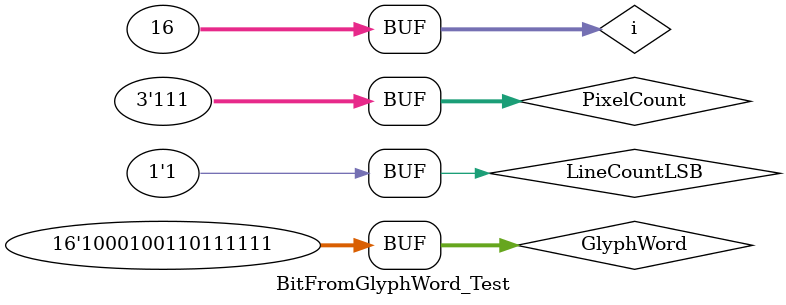
<source format=v>
`timescale 1ns / 1ps


module BitFromGlyphWord_Test;

	// Inputs
	reg [15:0] GlyphWord;
	reg LineCountLSB;
	reg [2:0] PixelCount;

	// Outputs
	wire PixelOnOff;

	// Instantiate the Unit Under Test (UUT)
	BitFromGlyphWord uut (
		.GlyphWord(GlyphWord), 
		.LineCountLSB(LineCountLSB), 
		.PixelCount(PixelCount), 
		.PixelOnOff(PixelOnOff)
	);
integer i;
	initial begin
		// Initialize Inputs
		GlyphWord = 0;
		LineCountLSB = 0;
		PixelCount = 0;

		// Wait 100 ns for global reset to finish
		#100;
		GlyphWord = 16'b1000100110111111;
		for(i=0;i<16;i=i+1)
		begin
			{LineCountLSB,PixelCount} = i;
			#4;
		end
        
		// Add stimulus here

	end
      
endmodule


</source>
